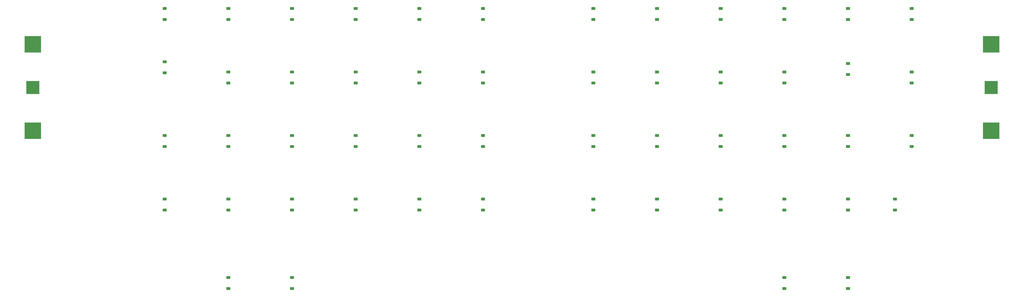
<source format=gbr>
%TF.GenerationSoftware,KiCad,Pcbnew,7.0.9*%
%TF.CreationDate,2024-05-10T01:24:36+09:00*%
%TF.ProjectId,L4,4c342e6b-6963-4616-945f-706362585858,rev?*%
%TF.SameCoordinates,Original*%
%TF.FileFunction,Paste,Bot*%
%TF.FilePolarity,Positive*%
%FSLAX46Y46*%
G04 Gerber Fmt 4.6, Leading zero omitted, Abs format (unit mm)*
G04 Created by KiCad (PCBNEW 7.0.9) date 2024-05-10 01:24:36*
%MOMM*%
%LPD*%
G01*
G04 APERTURE LIST*
G04 Aperture macros list*
%AMRoundRect*
0 Rectangle with rounded corners*
0 $1 Rounding radius*
0 $2 $3 $4 $5 $6 $7 $8 $9 X,Y pos of 4 corners*
0 Add a 4 corners polygon primitive as box body*
4,1,4,$2,$3,$4,$5,$6,$7,$8,$9,$2,$3,0*
0 Add four circle primitives for the rounded corners*
1,1,$1+$1,$2,$3*
1,1,$1+$1,$4,$5*
1,1,$1+$1,$6,$7*
1,1,$1+$1,$8,$9*
0 Add four rect primitives between the rounded corners*
20,1,$1+$1,$2,$3,$4,$5,0*
20,1,$1+$1,$4,$5,$6,$7,0*
20,1,$1+$1,$6,$7,$8,$9,0*
20,1,$1+$1,$8,$9,$2,$3,0*%
G04 Aperture macros list end*
%ADD10RoundRect,0.225000X-0.375000X0.225000X-0.375000X-0.225000X0.375000X-0.225000X0.375000X0.225000X0*%
%ADD11R,5.000000X5.000000*%
%ADD12R,4.000000X4.000000*%
G04 APERTURE END LIST*
D10*
%TO.C,D41*%
X111330000Y-147400000D03*
X111330000Y-150700000D03*
%TD*%
%TO.C,D50*%
X168480000Y-166450000D03*
X168480000Y-169750000D03*
%TD*%
%TO.C,D36*%
X130380000Y-128350000D03*
X130380000Y-131650000D03*
%TD*%
%TO.C,D18*%
X334850000Y-147400000D03*
X334850000Y-150700000D03*
%TD*%
%TO.C,D12*%
X334850000Y-128350000D03*
X334850000Y-131650000D03*
%TD*%
%TO.C,D52*%
X206580000Y-166450000D03*
X206580000Y-169750000D03*
%TD*%
%TO.C,D31*%
X149430000Y-109300000D03*
X149430000Y-112600000D03*
%TD*%
%TO.C,D37*%
X149430000Y-128350000D03*
X149430000Y-131650000D03*
%TD*%
%TO.C,D2*%
X258650000Y-109300000D03*
X258650000Y-112600000D03*
%TD*%
%TO.C,D49*%
X149430000Y-166450000D03*
X149430000Y-169750000D03*
%TD*%
%TO.C,D38*%
X168480000Y-128350000D03*
X168480000Y-131650000D03*
%TD*%
%TO.C,D21*%
X277700000Y-166450000D03*
X277700000Y-169750000D03*
%TD*%
%TO.C,D30*%
X130380000Y-109300000D03*
X130380000Y-112600000D03*
%TD*%
%TO.C,D39*%
X187530000Y-128350000D03*
X187530000Y-131650000D03*
%TD*%
%TO.C,D11*%
X315800000Y-125825000D03*
X315800000Y-129125000D03*
%TD*%
%TO.C,D15*%
X277700000Y-147400000D03*
X277700000Y-150700000D03*
%TD*%
%TO.C,D33*%
X187530000Y-109300000D03*
X187530000Y-112600000D03*
%TD*%
%TO.C,D44*%
X168480000Y-147400000D03*
X168480000Y-150700000D03*
%TD*%
D11*
%TO.C,BT1*%
X358675000Y-120025000D03*
X358675000Y-145925000D03*
D12*
X358675000Y-132975000D03*
%TD*%
D10*
%TO.C,D53*%
X130380000Y-189945000D03*
X130380000Y-193245000D03*
%TD*%
%TO.C,D43*%
X149430000Y-147400000D03*
X149430000Y-150700000D03*
%TD*%
%TO.C,D4*%
X296750000Y-109300000D03*
X296750000Y-112600000D03*
%TD*%
%TO.C,D35*%
X111330000Y-125325000D03*
X111330000Y-128625000D03*
%TD*%
%TO.C,D29*%
X111330000Y-109300000D03*
X111330000Y-112600000D03*
%TD*%
%TO.C,D22*%
X296750000Y-166450000D03*
X296750000Y-169750000D03*
%TD*%
%TO.C,D6*%
X334850000Y-109300000D03*
X334850000Y-112600000D03*
%TD*%
%TO.C,D25*%
X296750000Y-189945000D03*
X296750000Y-193245000D03*
%TD*%
%TO.C,D10*%
X296750000Y-128350000D03*
X296750000Y-131650000D03*
%TD*%
%TO.C,D45*%
X187530000Y-147400000D03*
X187530000Y-150700000D03*
%TD*%
%TO.C,D42*%
X130380000Y-147400000D03*
X130380000Y-150700000D03*
%TD*%
%TO.C,D34*%
X206580000Y-109300000D03*
X206580000Y-112600000D03*
%TD*%
%TO.C,D16*%
X296750000Y-147400000D03*
X296750000Y-150700000D03*
%TD*%
%TO.C,D1*%
X239600000Y-109300000D03*
X239600000Y-112600000D03*
%TD*%
%TO.C,D20*%
X258650000Y-166450000D03*
X258650000Y-169750000D03*
%TD*%
%TO.C,D14*%
X258650000Y-147400000D03*
X258650000Y-150700000D03*
%TD*%
%TO.C,D51*%
X187530000Y-166450000D03*
X187530000Y-169750000D03*
%TD*%
%TO.C,D40*%
X206580000Y-128350000D03*
X206580000Y-131650000D03*
%TD*%
%TO.C,D26*%
X315800000Y-189945000D03*
X315800000Y-193245000D03*
%TD*%
%TO.C,D24*%
X329850000Y-166450000D03*
X329850000Y-169750000D03*
%TD*%
%TO.C,D48*%
X130380000Y-166450000D03*
X130380000Y-169750000D03*
%TD*%
%TO.C,D19*%
X239600000Y-166450000D03*
X239600000Y-169750000D03*
%TD*%
%TO.C,D7*%
X239600000Y-128350000D03*
X239600000Y-131650000D03*
%TD*%
D11*
%TO.C,BT3*%
X71855000Y-120025000D03*
X71855000Y-145925000D03*
D12*
X71855000Y-132975000D03*
%TD*%
D10*
%TO.C,D54*%
X149430000Y-189945000D03*
X149430000Y-193245000D03*
%TD*%
%TO.C,D23*%
X315800000Y-166450000D03*
X315800000Y-169750000D03*
%TD*%
%TO.C,D32*%
X168480000Y-109300000D03*
X168480000Y-112600000D03*
%TD*%
%TO.C,D9*%
X277700000Y-128350000D03*
X277700000Y-131650000D03*
%TD*%
%TO.C,D3*%
X277700000Y-109300000D03*
X277700000Y-112600000D03*
%TD*%
%TO.C,D8*%
X258650000Y-128350000D03*
X258650000Y-131650000D03*
%TD*%
%TO.C,D46*%
X206580000Y-147400000D03*
X206580000Y-150700000D03*
%TD*%
%TO.C,D47*%
X111330000Y-166450000D03*
X111330000Y-169750000D03*
%TD*%
%TO.C,D17*%
X315800000Y-147400000D03*
X315800000Y-150700000D03*
%TD*%
%TO.C,D5*%
X315800000Y-109300000D03*
X315800000Y-112600000D03*
%TD*%
%TO.C,D13*%
X239600000Y-147400000D03*
X239600000Y-150700000D03*
%TD*%
M02*

</source>
